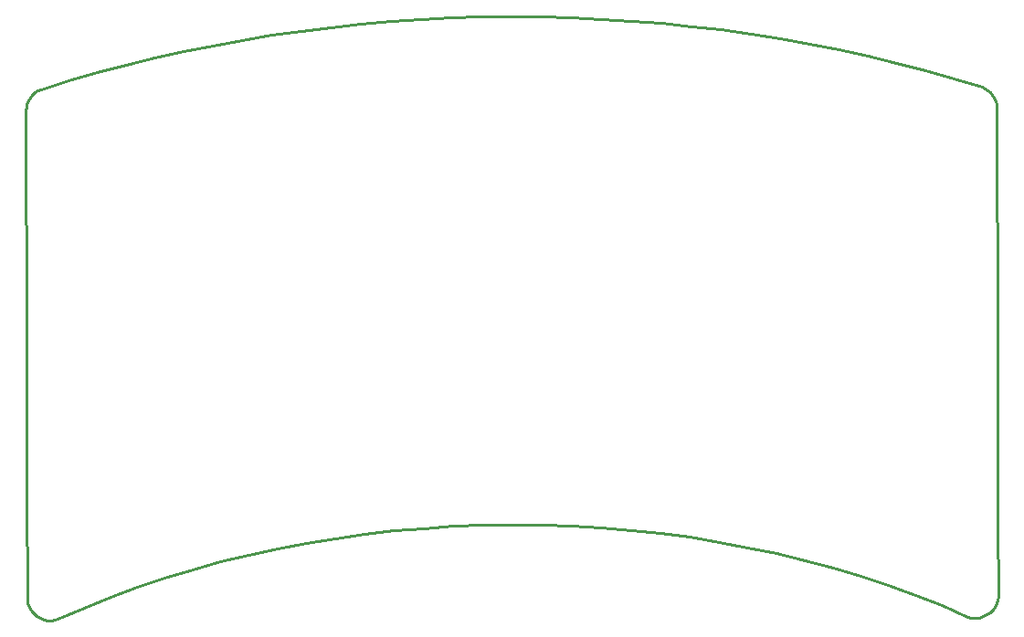
<source format=gbr>
%TF.GenerationSoftware,KiCad,Pcbnew,(7.0.0)*%
%TF.CreationDate,2023-04-13T18:09:42+05:30*%
%TF.ProjectId,smart_toilet,736d6172-745f-4746-9f69-6c65742e6b69,rev?*%
%TF.SameCoordinates,Original*%
%TF.FileFunction,Profile,NP*%
%FSLAX46Y46*%
G04 Gerber Fmt 4.6, Leading zero omitted, Abs format (unit mm)*
G04 Created by KiCad (PCBNEW (7.0.0)) date 2023-04-13 18:09:42*
%MOMM*%
%LPD*%
G01*
G04 APERTURE LIST*
%ADD10C,0.250000*%
G04 APERTURE END LIST*
D10*
X187642431Y-130937959D02*
X187980977Y-131043327D01*
X188334826Y-131071393D01*
X188693343Y-131029072D01*
X189045893Y-130923281D01*
X189381841Y-130760935D01*
X189690552Y-130548950D01*
X189961391Y-130294242D01*
X190183725Y-130003727D01*
X190346916Y-129684322D01*
X190440332Y-129342941D01*
X190458594Y-129106562D01*
X100333920Y-83951929D02*
X100337826Y-85370755D01*
X100341733Y-86789582D01*
X100345639Y-88208408D01*
X100349546Y-89627235D01*
X100353453Y-91046061D01*
X100357359Y-92464888D01*
X100361266Y-93883714D01*
X100365173Y-95302541D01*
X100369079Y-96721368D01*
X100372986Y-98140194D01*
X100376893Y-99559021D01*
X100380800Y-100977847D01*
X100384706Y-102396674D01*
X100388613Y-103815500D01*
X100392520Y-105234327D01*
X100396426Y-106653153D01*
X100400333Y-108071980D01*
X100404240Y-109490806D01*
X100408147Y-110909633D01*
X100412053Y-112328460D01*
X100415960Y-113747286D01*
X100419867Y-115166113D01*
X100423774Y-116584939D01*
X100427681Y-118003766D01*
X100431587Y-119422592D01*
X100435494Y-120841419D01*
X100439401Y-122260245D01*
X100443308Y-123679072D01*
X100447215Y-125097898D01*
X100451122Y-126516725D01*
X100455029Y-127935551D01*
X100458936Y-129354378D01*
X101718452Y-82043474D02*
X101444174Y-82162680D01*
X101186341Y-82333180D01*
X100951188Y-82546377D01*
X100744953Y-82793674D01*
X100573872Y-83066474D01*
X100444182Y-83356180D01*
X100362119Y-83654198D01*
X100333920Y-83951929D01*
X100458936Y-129354378D02*
X100501865Y-129706334D01*
X100621563Y-130040504D01*
X100807358Y-130350029D01*
X101048576Y-130628052D01*
X101334545Y-130867716D01*
X101654593Y-131062164D01*
X101998045Y-131204538D01*
X102354230Y-131287980D01*
X102712475Y-131305634D01*
X103062108Y-131250643D01*
X103285141Y-131170237D01*
X188938555Y-81803310D02*
X186328742Y-81004867D01*
X183696227Y-80258463D01*
X181042533Y-79564093D01*
X178369182Y-78921754D01*
X175677699Y-78331440D01*
X172969606Y-77793148D01*
X170246426Y-77306874D01*
X167509681Y-76872614D01*
X164760896Y-76490362D01*
X162001593Y-76160115D01*
X159233294Y-75881870D01*
X156457524Y-75655621D01*
X153675805Y-75481364D01*
X150889660Y-75359096D01*
X148100612Y-75288811D01*
X145310184Y-75270507D01*
X142519899Y-75304178D01*
X139731280Y-75389821D01*
X136945851Y-75527430D01*
X134165134Y-75717003D01*
X131390651Y-75958535D01*
X128623927Y-76252022D01*
X125866485Y-76597459D01*
X123119846Y-76994842D01*
X120385535Y-77444168D01*
X117665074Y-77945431D01*
X114959986Y-78498628D01*
X112271794Y-79103755D01*
X109602022Y-79760807D01*
X106952192Y-80469780D01*
X104323828Y-81230671D01*
X101718452Y-82043474D01*
X103285141Y-131170237D02*
X105707292Y-130114981D01*
X108170494Y-129127263D01*
X110672020Y-128207091D01*
X113209148Y-127354471D01*
X115779152Y-126569411D01*
X118379309Y-125851919D01*
X121006894Y-125202003D01*
X123659183Y-124619668D01*
X126333452Y-124104924D01*
X129026978Y-123657778D01*
X131737034Y-123278237D01*
X134460898Y-122966309D01*
X137195845Y-122722001D01*
X139939151Y-122545320D01*
X142688092Y-122436275D01*
X145439943Y-122394872D01*
X148191980Y-122421120D01*
X150941479Y-122515025D01*
X153685717Y-122676596D01*
X156421968Y-122905839D01*
X159147508Y-123202762D01*
X161859614Y-123567374D01*
X164555560Y-123999680D01*
X167232624Y-124499689D01*
X169888080Y-125067408D01*
X172519204Y-125702845D01*
X175123272Y-126406007D01*
X177697561Y-127176902D01*
X180239345Y-128015537D01*
X182745901Y-128921920D01*
X185214504Y-129896058D01*
X187642431Y-130937959D01*
X190333578Y-83704112D02*
X190303739Y-83406542D01*
X190220035Y-83108981D01*
X190088751Y-82819993D01*
X189916170Y-82548139D01*
X189708576Y-82301981D01*
X189472253Y-82090082D01*
X189213485Y-81921004D01*
X188938555Y-81803310D01*
X190458594Y-129106562D02*
X190454687Y-127687735D01*
X190450780Y-126268909D01*
X190446873Y-124850082D01*
X190442967Y-123431256D01*
X190439060Y-122012429D01*
X190435153Y-120593602D01*
X190431246Y-119174776D01*
X190427340Y-117755949D01*
X190423433Y-116337123D01*
X190419526Y-114918296D01*
X190415619Y-113499470D01*
X190411713Y-112080643D01*
X190407806Y-110661817D01*
X190403899Y-109242990D01*
X190399992Y-107824163D01*
X190396086Y-106405337D01*
X190392179Y-104986510D01*
X190388272Y-103567684D01*
X190384365Y-102148857D01*
X190380459Y-100730031D01*
X190376552Y-99311204D01*
X190372645Y-97892377D01*
X190368738Y-96473551D01*
X190364832Y-95054724D01*
X190360925Y-93635898D01*
X190357018Y-92217071D01*
X190353111Y-90798244D01*
X190349205Y-89379418D01*
X190345298Y-87960591D01*
X190341391Y-86541765D01*
X190337484Y-85122938D01*
X190333578Y-83704112D01*
M02*

</source>
